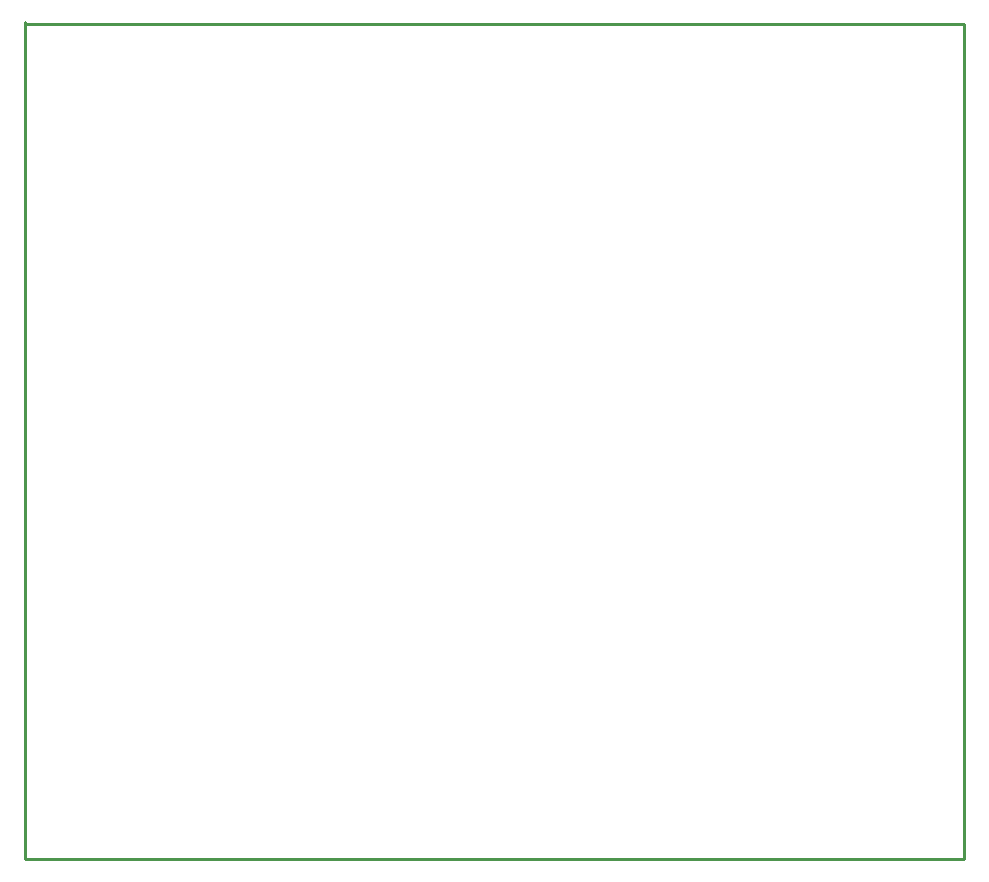
<source format=gm1>
G04 Layer_Color=16711935*
%FSLAX43Y43*%
%MOMM*%
G71*
G01*
G75*
%ADD10C,0.254*%
D10*
X39116Y122301D02*
X118618D01*
Y51562D02*
Y122301D01*
X39116Y51562D02*
X118618D01*
X39116D02*
Y122428D01*
M02*

</source>
